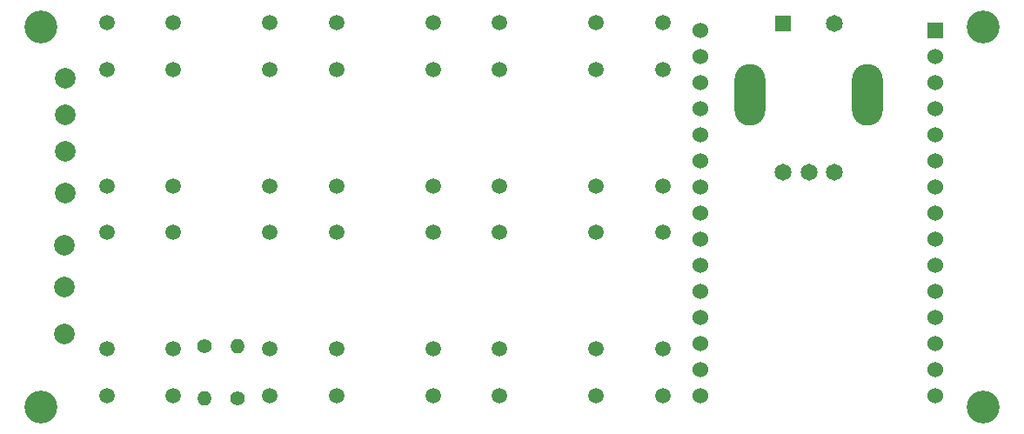
<source format=gbr>
%TF.GenerationSoftware,KiCad,Pcbnew,(6.0.10-0)*%
%TF.CreationDate,2023-03-18T12:33:40-04:00*%
%TF.ProjectId,Shuttle Tracker Node,53687574-746c-4652-9054-7261636b6572,rev?*%
%TF.SameCoordinates,Original*%
%TF.FileFunction,Soldermask,Bot*%
%TF.FilePolarity,Negative*%
%FSLAX46Y46*%
G04 Gerber Fmt 4.6, Leading zero omitted, Abs format (unit mm)*
G04 Created by KiCad (PCBNEW (6.0.10-0)) date 2023-03-18 12:33:40*
%MOMM*%
%LPD*%
G01*
G04 APERTURE LIST*
%ADD10C,2.000000*%
%ADD11C,1.507998*%
%ADD12C,3.200000*%
%ADD13R,1.650000X1.650000*%
%ADD14C,1.650000*%
%ADD15O,3.000000X6.000000*%
%ADD16C,1.400000*%
%ADD17O,1.400000X1.400000*%
%ADD18R,1.530000X1.530000*%
%ADD19C,1.530000*%
G04 APERTURE END LIST*
D10*
%TO.C,J4*%
X135636000Y-97536000D03*
%TD*%
D11*
%TO.C,SW4*%
X187325000Y-85462501D03*
X193825002Y-80962500D03*
X187325000Y-80962500D03*
X193825002Y-85462501D03*
%TD*%
%TO.C,SW9*%
X139700000Y-117212501D03*
X146200002Y-112712500D03*
X139700000Y-112712500D03*
X146200002Y-117212501D03*
%TD*%
D10*
%TO.C,J2*%
X135636000Y-89916000D03*
%TD*%
%TO.C,J3*%
X135636000Y-93472000D03*
%TD*%
D12*
%TO.C,REF\u002A\u002A*%
X133286500Y-81343500D03*
%TD*%
%TO.C,REF\u002A\u002A*%
X133286500Y-118364000D03*
%TD*%
D11*
%TO.C,SW2*%
X155575000Y-85462501D03*
X162075002Y-80962500D03*
X155575000Y-80962500D03*
X162075002Y-85462501D03*
%TD*%
D10*
%TO.C,J5*%
X135620000Y-102616000D03*
%TD*%
D11*
%TO.C,SW10*%
X155575000Y-117212501D03*
X162075002Y-112712500D03*
X155575000Y-112712500D03*
X162075002Y-117212501D03*
%TD*%
%TO.C,SW5*%
X139700000Y-101337501D03*
X146200002Y-96837500D03*
X139700000Y-96837500D03*
X146200002Y-101337501D03*
%TD*%
D10*
%TO.C,J6*%
X135620000Y-106680000D03*
%TD*%
D11*
%TO.C,SW3*%
X171450000Y-85462501D03*
X177950002Y-80962500D03*
X171450000Y-80962500D03*
X177950002Y-85462501D03*
%TD*%
%TO.C,SW1*%
X139700000Y-85462501D03*
X146200002Y-80962500D03*
X139700000Y-80962500D03*
X146200002Y-85462501D03*
%TD*%
D13*
%TO.C,SW13*%
X205537501Y-80975001D03*
D14*
X210537501Y-80975001D03*
X205537501Y-95475001D03*
X210537501Y-95475001D03*
X208037501Y-95475001D03*
D15*
X202337501Y-87975001D03*
X213737501Y-87975001D03*
%TD*%
D11*
%TO.C,SW11*%
X171450000Y-117212501D03*
X177950002Y-112712500D03*
X171450000Y-112712500D03*
X177950002Y-117212501D03*
%TD*%
%TO.C,SW12*%
X187325000Y-117212501D03*
X193825002Y-112712500D03*
X187325000Y-112712500D03*
X193825002Y-117212501D03*
%TD*%
%TO.C,SW6*%
X155575000Y-101337501D03*
X162075002Y-96837500D03*
X155575000Y-96837500D03*
X162075002Y-101337501D03*
%TD*%
D12*
%TO.C,REF\u002A\u002A*%
X224980500Y-81343500D03*
%TD*%
D11*
%TO.C,SW7*%
X171450000Y-101337501D03*
X177950002Y-96837500D03*
X171450000Y-96837500D03*
X177950002Y-101337501D03*
%TD*%
D10*
%TO.C,J1*%
X135636000Y-86360000D03*
%TD*%
%TO.C,J7*%
X135594694Y-111252000D03*
%TD*%
D11*
%TO.C,SW8*%
X187325000Y-101337501D03*
X193825002Y-96837500D03*
X187325000Y-96837500D03*
X193825002Y-101337501D03*
%TD*%
D12*
%TO.C,REF\u002A\u002A*%
X224980500Y-118364000D03*
%TD*%
D16*
%TO.C,R1*%
X149225000Y-112395000D03*
D17*
X149225000Y-117475000D03*
%TD*%
D16*
%TO.C,R2*%
X152400000Y-117475000D03*
D17*
X152400000Y-112395000D03*
%TD*%
D18*
%TO.C,U1*%
X220345000Y-81667800D03*
D19*
X220345000Y-84207800D03*
X220345000Y-86747800D03*
X220345000Y-89287800D03*
X220345000Y-91827800D03*
X220345000Y-94367800D03*
X220345000Y-96907800D03*
X220345000Y-99447800D03*
X220345000Y-101987800D03*
X220345000Y-104527800D03*
X220345000Y-107067800D03*
X220345000Y-109607800D03*
X220345000Y-112147800D03*
X220345000Y-114687800D03*
X220345000Y-117227800D03*
X197485000Y-117227800D03*
X197485000Y-114687800D03*
X197485000Y-112147800D03*
X197485000Y-109607800D03*
X197485000Y-107067800D03*
X197485000Y-104527800D03*
X197485000Y-101987800D03*
X197485000Y-99447800D03*
X197485000Y-96907800D03*
X197485000Y-94367800D03*
X197485000Y-91827800D03*
X197485000Y-89287800D03*
X197485000Y-86747800D03*
X197485000Y-84207800D03*
X197485000Y-81667800D03*
%TD*%
M02*

</source>
